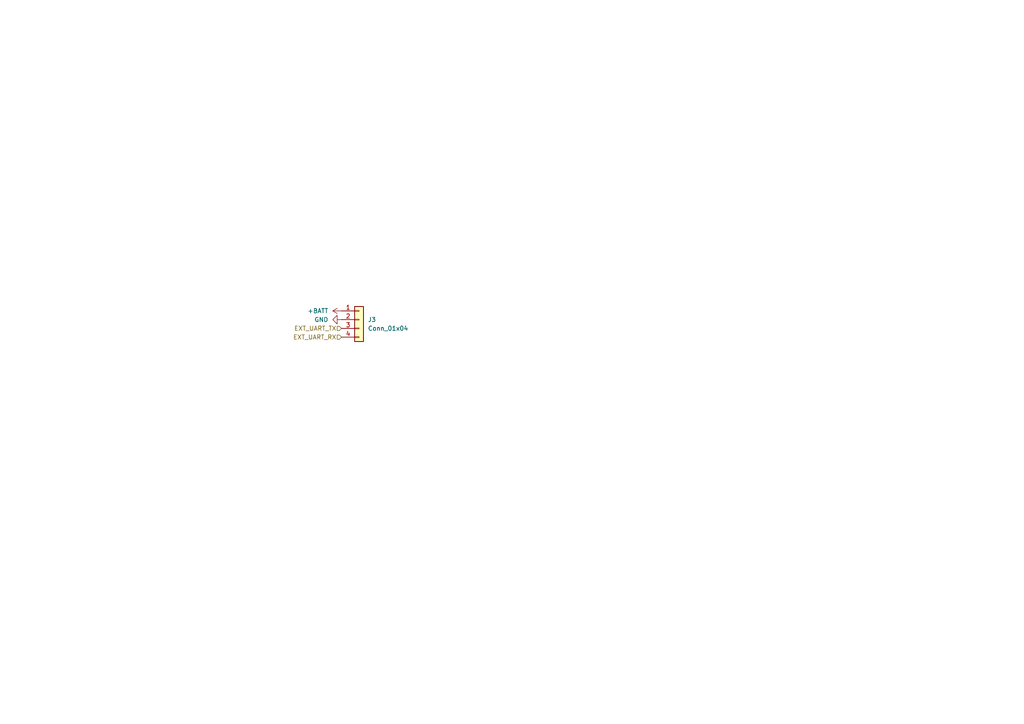
<source format=kicad_sch>
(kicad_sch (version 20230121) (generator eeschema)
  (paper "A4")
  (lib_symbols
    (symbol "Connector_Generic:Conn_01x04" (pin_names (offset 1.016) hide)
      (property "Reference" "J" (at 0 5.08 0))
      (property "Value" "Conn_01x04" (at 0 -7.62 0))
      (symbol "Conn_01x04_1_1"
        (rectangle (start -1.27 -4.953) (end 0 -5.207) (stroke (width 0.1524)))
        (rectangle (start -1.27 -2.413) (end 0 -2.667) (stroke (width 0.1524)))
        (rectangle (start -1.27 0.127) (end 0 -0.127) (stroke (width 0.1524)))
        (rectangle (start -1.27 2.667) (end 0 2.413) (stroke (width 0.1524)))
        (rectangle (start -1.27 3.81) (end 1.27 -6.35) (stroke (width 0.254)) (fill (type background)))
        (pin passive line (at -5.08 2.54 0) (length 3.81) (name "Pin_1") (number "1"))
        (pin passive line (at -5.08 0 0) (length 3.81) (name "Pin_2") (number "2"))
        (pin passive line (at -5.08 -2.54 0) (length 3.81) (name "Pin_3") (number "3"))
        (pin passive line (at -5.08 -5.08 0) (length 3.81) (name "Pin_4") (number "4"))
      )
    )
    (symbol "power:+BATT" (power) (pin_names (offset 0))
      (property "Value" "+BATT" (at 0 3.556 0))
      (symbol "+BATT_0_1"
        (polyline (pts (xy -0.762 1.27) (xy 0 2.54)))
        (polyline (pts (xy 0 0) (xy 0 2.54)))
        (polyline (pts (xy 0 2.54) (xy 0.762 1.27)))
      )
      (symbol "+BATT_1_1"
        (pin power_in line (at 0 0 90) (length 0) hide (name "+BATT") (number "1"))
      )
    )
    (symbol "power:GND" (power) (pin_names (offset 0))
      (property "Value" "GND" (at 0 -3.81 0))
      (symbol "GND_0_1"
        (polyline (pts (xy 0 0) (xy 0 -1.27) (xy 1.27 -1.27) (xy 0 -2.54) (xy -1.27 -1.27) (xy 0 -1.27)))
      )
      (symbol "GND_1_1"
        (pin power_in line (at 0 0 270) (length 0) hide (name "GND") (number "1"))
      )
    )
  )
  (hierarchical_label "EXT_UART_RX" (shape input) (at 99.06 97.79 180))
  (hierarchical_label "EXT_UART_TX" (shape input) (at 99.06 95.25 180))
  (symbol (lib_id "power:+BATT") (at 99.06 90.17 90) (unit 1)
    (property "Reference" "#PWR036" (effects hide))
    (property "Value" "+BATT" (at 95.25 90.17 90) (effects (justify left)))
    (instances (project "minimouse" (path "" (reference "#PWR036") (unit 1)) (path "" (reference "#PWR08") (unit 1))))
  )
  (symbol (lib_id "power:GND") (at 99.06 92.71 270) (unit 1)
    (property "Reference" "#PWR037" (effects hide))
    (property "Value" "GND" (at 95.25 92.71 90) (effects (justify right)))
    (instances (project "minimouse" (path "" (reference "#PWR037") (unit 1)) (path "" (reference "#PWR09") (unit 1))))
  )
  (symbol (lib_id "Connector_Generic:Conn_01x04") (at 104.14 92.71 0) (unit 1)
    (property "Reference" "J3" (at 106.68 92.71 0) (effects (justify left)))
    (property "Value" "Conn_01x04" (at 106.68 95.25 0) (effects (justify left)))
  )
)
</source>
